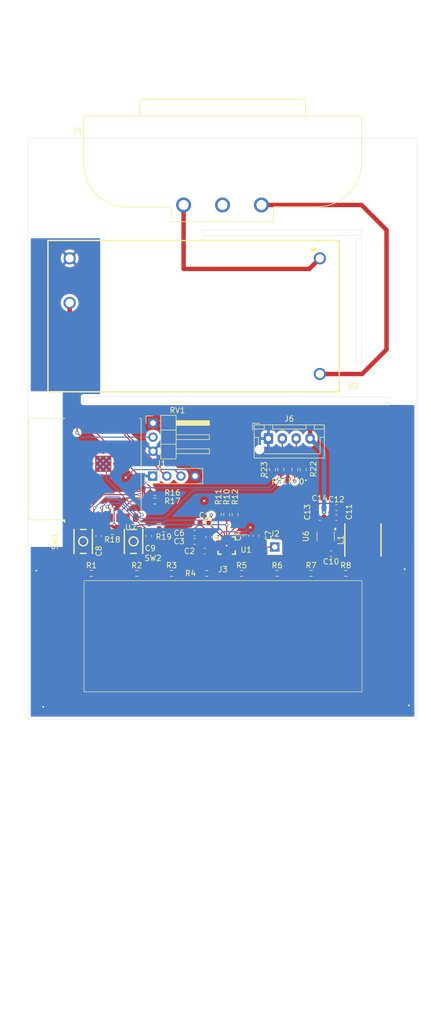
<source format=kicad_pcb>
(kicad_pcb (version 20241229) (generator "pcbnew") (generator_version "9.0")
  (layers (0 "F.Cu" signal) (2 "B.Cu" signal) (13 "F.Paste" user) (15 "B.Paste" user) (5 "F.SilkS" user "F.Silkscreen") (7 "B.SilkS" user "B.Silkscreen") (1 "F.Mask" user) (3 "B.Mask" user) (25 "Edge.Cuts" user))
  (net 0 "")
  (net 1 "MCLR")
  (net 2 "GND")
  (net 3 "VREGA")
  (net 4 "+3.3V")
  (net 5 "VREGD")
  (net 6 "EN")
  (net 7 "BOOT")
  (net 8 "Net-(U6-SW)")
  (net 9 "Net-(U6-BST)")
  (net 10 "+24V")
  (net 11 "TX")
  (net 12 "RX")
  (net 13 "Net-(J2-Pin_1)")
  (net 14 "Net-(J3-Pin_6)")
  (net 15 "Net-(J3-Pin_4)")
  (net 16 "Net-(J3-Pin_1)")
  (net 17 "Net-(J3-Pin_7)")
  (net 18 "Net-(J3-Pin_5)")
  (net 19 "Net-(J3-Pin_3)")
  (net 20 "Net-(J3-Pin_2)")
  (net 21 "Net-(J3-Pin_8)")
  (net 22 "/Main PCB/CLEDPin")
  (net 23 "/Main PCB/WLEDPin")
  (net 24 "Net-(U1-CRx0{slash}CTx0)")
  (net 25 "Net-(U1-CRx1{slash}CTx1)")
  (net 26 "Net-(U1-CRx2{slash}CTx2)")
  (net 27 "Net-(U1-CRx3{slash}CTx3)")
  (net 28 "Net-(U1-CRx4{slash}CTx4)")
  (net 29 "Net-(U1-CRx5{slash}CTx5)")
  (net 30 "Net-(U1-CRx6{slash}CTx6)")
  (net 31 "Net-(U1-CRx7{slash}CTx7)")
  (net 32 "SCL")
  (net 33 "SDA")
  (net 34 "RDY")
  (net 35 "Net-(U7-IO2)")
  (net 36 "Net-(U7-IO8)")
  (net 37 "Net-(U7-IO4)")
  (net 38 "Net-(U7-IO5)")
  (net 39 "PotPin")
  (net 45 "Net-(U7-GND-Pad19)")
  (net 51 "L")
  (net 52 "N")
  (footprint "Resistor_SMD:R_0603_1608Metric" (layer "F.Cu") (at 74 145.075 -90)
    (property "Reference" "R23")
    (property "Value" "10k")
  )
  (footprint "Resistor_SMD:R_0603_1608Metric" (layer "F.Cu") (at 41.425 163.75)
    (property "Reference" "R1")
    (property "Value" "470")
  )
  (footprint "Resistor_SMD:R_0603_1608Metric" (layer "F.Cu") (at 54.425 155.75 180)
    (property "Reference" "R19")
    (property "Value" "1k")
  )
  (footprint "Resistor_SMD:R_0603_1608Metric" (layer "F.Cu") (at 68.425 163.75)
    (property "Reference" "R5")
    (property "Value" "470")
  )
  (footprint "Resistor_SMD:R_0603_1608Metric" (layer "F.Cu") (at 87.175 163.75)
    (property "Reference" "R8")
    (property "Value" "470")
  )
  (footprint "Resistor_SMD:R_0603_1608Metric" (layer "F.Cu") (at 45.175 156.25 180)
    (property "Reference" "R18")
    (property "Value" "1k")
  )
  (footprint "Resistor_SMD:R_0603_1608Metric" (layer "F.Cu") (at 52.825 149.24)
    (property "Reference" "R16")
    (property "Value" "4.7k")
  )
  (footprint "Resistor_SMD:R_0603_1608Metric" (layer "F.Cu") (at 49.575 163.75)
    (property "Reference" "R2")
    (property "Value" "470")
  )
  (footprint "Resistor_SMD:R_0603_1608Metric" (layer "F.Cu") (at 52.825 150.75)
    (property "Reference" "R17")
    (property "Value" "4.7k")
  )
  (footprint "Capacitor_SMD:C_0603_1608Metric" (layer "F.Cu") (at 82.5 153.7)
    (property "Reference" "C13")
    (property "Value" "22uF")
  )
  (footprint "Capacitor_SMD:C_0603_1608Metric" (layer "F.Cu") (at 42.75 157.025 -90)
    (property "Reference" "C8")
    (property "Value" "0.1uF")
  )
  (footprint "Connector_PinHeader_2.54mm:PinHeader_1x01_P2.54mm_Vertical" (layer "F.Cu") (at 74.4 159)
    (property "Reference" "J2")
    (property "Value" "Conn_01x01" (hide yes))
  )
  (footprint "Resistor_SMD:R_0603_1608Metric" (layer "F.Cu") (at 65.75 153.175 90)
    (property "Reference" "R10")
    (property "Value" "4.7k")
  )
  (footprint "Capacitor_SMD:C_0603_1608Metric" (layer "F.Cu") (at 61.775 159.75)
    (property "Reference" "C2")
    (property "Value" "100pF")
  )
  (footprint "Resistor_SMD:R_0603_1608Metric" (layer "F.Cu") (at 62.175 163.75)
    (property "Reference" "R4")
    (property "Value" "470")
  )
  (footprint "Connector_PinHeader_2.54mm:PinHeader_1x04_P2.54mm_Vertical" (layer "F.Cu") (at 52.44 146.25 90)
    (property "Reference" "J1")
    (property "Value" "Conn_01x04_Pin")
  )
  (footprint "Capacitor_SMD:C_0603_1608Metric" (layer "F.Cu") (at 71 156.975 90)
    (property "Reference" "C7")
    (property "Value" "100pF")
  )
  (footprint "easyeda2kicad:KEY-SMD_4P-L4.2-W3.25-P2.15-TL" (layer "F.Cu") (at 39.94 158 90)
    (property "Reference" "SW1")
    (property "Value" "PTS815SJM250SMTRLFS")
  )
  (footprint "Resistor_SMD:R_0603_1608Metric" (layer "F.Cu") (at 79.5 145.075 -90)
    (property "Reference" "R22")
    (property "Value" "10k")
  )
  (footprint "Resistor_SMD:R_0603_1608Metric" (layer "F.Cu") (at 78 145.075 -90)
    (property "Reference" "R20")
    (property "Value" "1k")
  )
  (footprint "Connector_JST:JST_XH_B4B-XH-AM_1x04_P2.50mm_Vertical" (layer "F.Cu") (at 73.25 139.5)
    (property "Reference" "J6")
    (property "Value" "Conn_01x04")
  )
  (footprint "Resistor_SMD:R_0603_1608Metric" (layer "F.Cu") (at 80.925 163.75)
    (property "Reference" "R7")
    (property "Value" "470")
  )
  (footprint "Capacitor_SMD:C_0603_1608Metric" (layer "F.Cu") (at 85.475 153.7 180)
    (property "Reference" "C11")
    (property "Value" "22uF")
  )
  (footprint "Capacitor_SMD:C_0603_1608Metric" (layer "F.Cu") (at 59.975 156.5)
    (property "Reference" "C6")
    (property "Value" "2.2uF")
  )
  (footprint "Capacitor_SMD:C_0603_1608Metric" (layer "F.Cu") (at 82.475 151.95)
    (property "Reference" "C14")
    (property "Value" "22uF")
  )
  (footprint "RF_Module:ESP32-C3-WROOM-02" (layer "F.Cu") (at 43.35 145 90)
    (property "Reference" "U7")
    (property "Value" "ESP32-C3-WROOM-02")
  )
  (footprint "Resistor_SMD:R_0603_1608Metric" (layer "F.Cu") (at 67.25 153.175 90)
    (property "Reference" "R12")
    (property "Value" "4.7k")
  )
  (footprint "Capacitor_SMD:C_0603_1608Metric" (layer "F.Cu") (at 51.75 157.025 -90)
    (property "Reference" "C9")
    (property "Value" "0.1uF")
  )
  (footprint "Capacitor_SMD:C_0603_1608Metric" (layer "F.Cu") (at 85.475 151.95 180)
    (property "Reference" "C12")
    (property "Value" "22uF")
  )
  (footprint "Capacitor_SMD:C_0603_1608Metric" (layer "F.Cu") (at 59.975 158)
    (property "Reference" "C3")
    (property "Value" "2.2uF")
  )
  (footprint "easyeda2kicad:IND-SMD_L5.8-W5.8" (layer "F.Cu") (at 90.25 157.75 90)
    (property "Reference" "L1")
    (property "Value" "3.9uH")
  )
  (footprint "Resistor_SMD:R_0603_1608Metric" (layer "F.Cu") (at 64.25 153.175 90)
    (property "Reference" "R11")
    (property "Value" "4.7k")
  )
  (footprint "easyeda2kicad:KEY-SMD_4P-L4.2-W3.25-P2.15-TL" (layer "F.Cu") (at 49 158 90)
    (property "Reference" "SW2")
    (property "Value" "PTS815SJM250SMTRLFS")
  )
  (footprint "Resistor_SMD:R_0603_1608Metric" (layer "F.Cu") (at 75.49 145.075 -90)
    (property "Reference" "R21")
    (property "Value" "1k")
  )
  (footprint "Capacitor_SMD:C_0603_1608Metric" (layer "F.Cu") (at 62.55 157.225 -90)
    (property "Reference" "C5")
    (property "Value" "100pF")
  )
  (footprint "easyeda2kicad:WQFN-20_L3.0-W3.0-P0.40-BL-EP1.7" (layer "F.Cu") (at 65.75 158.75 -90)
    (property "Reference" "U1")
    (property "Value" "IQS7222A001QNR")
  )
  (footprint "Resistor_SMD:R_0603_1608Metric" (layer "F.Cu") (at 55.825 163.75)
    (property "Reference" "R3")
    (property "Value" "470")
  )
  (footprint "Extra:TouchSlider-8_50x20mm" (layer "F.Cu") (at 65.0625 175)
    (property "Reference" "J3")
    (property "Value" "Conn_01x08")
  )
  (footprint "Resistor_SMD:R_0603_1608Metric" (layer "F.Cu") (at 74.825 163.75)
    (property "Reference" "R6")
    (property "Value" "470")
  )
  (footprint "Package_TO_SOT_SMD:TSOT-23-6" (layer "F.Cu") (at 83.55 157.0875 -90)
    (property "Reference" "U6")
    (property "Value" "AP63203WU")
  )
  (footprint "Extra:QUALTEK_703W-00_53" (layer "F.Cu") (at 65 97.5)
    (property "Reference" "J4")
    (property "Value" "703W-00_53" (hide yes))
  )
  (footprint "Capacitor_SMD:C_0603_1608Metric" (layer "F.Cu") (at 69.25 156.975 90)
    (property "Reference" "C4")
    (property "Value" "4.7uF")
  )
  (footprint "Connector_PinHeader_2.54mm:PinHeader_1x03_P2.54mm_Horizontal" (layer "F.Cu") (at 52.5 136.71)
    (property "Reference" "RV1")
    (property "Value" "R_Potentiometer")
  )
  (footprint "Capacitor_SMD:C_0603_1608Metric" (layer "F.Cu") (at 84.525 160.2 180)
    (property "Reference" "C10")
    (property "Value" "100nF")
  )
  (footprint "Capacitor_SMD:C_0603_1608Metric" (layer "F.Cu") (at 61.725 154.75)
    (property "Reference" "C1")
    (property "Value" "100nF")
  )
  (footprint "easyeda2kicad:PWRM-TH_IRM-20-24" (layer "F.Cu") (at 60 117.5 180)
    (property "Reference" "U2")
    (property "Value" "IRM-20-24")
  )
  (gr_rect (start 40.08 165.05) (end 90.08 185.05) (stroke (width 0.1)) (fill no) (layer "F.SilkS"))
  (gr_line (start 100 190) (end 100 85.5) (stroke (width 0.05)) (layer "Edge.Cuts"))
  (gr_rect (start 61.5 102) (end 90 103) (stroke (width 0.05)) (fill no) (layer "Edge.Cuts"))
  (gr_line (start 30 85.5) (end 30 190) (stroke (width 0.05)) (layer "Edge.Cuts"))
  (gr_line (start 30 190) (end 100 190) (stroke (width 0.05)) (layer "Edge.Cuts"))
  (gr_line (start 100 85.5) (end 30 85.5) (stroke (width 0.05)) (layer "Edge.Cuts"))
  (gr_rect (start 89 103.5) (end 90 126) (stroke (width 0.05)) (fill no) (layer "Edge.Cuts"))
  (gr_rect (start 40 132) (end 95 133) (stroke (width 0.05)) (fill no) (layer "Edge.Cuts"))
  (segment (start 62.5 154.75) (end 64.95 157.2) (width 0.2) (layer "F.Cu") (net 1))
  (segment (start 64.95 157.2) (end 64.95 157.25) (width 0.2) (layer "F.Cu") (net 1))
  (segment (start 81.7 157.325) (end 82.6 158.225) (width 0.2) (layer "F.Cu") (net 2))
  (segment (start 79.5 146.5) (end 80 147) (width 0.2) (layer "F.Cu") (net 2))
  (segment (start 50 158) (end 50.08 157.92) (width 0.2) (layer "F.Cu") (net 2))
  (segment (start 41.02 157.98) (end 41 158) (width 0.2) (layer "F.Cu") (net 2))
  (segment (start 62.55 156.45) (end 60.95 154.85) (width 0.2) (layer "F.Cu") (net 2))
  (segment (start 60.95 154.85) (end 60.95 154.75) (width 0.2) (layer "F.Cu") (net 2))
  (segment (start 41.02 155.92) (end 41.02 157.98) (width 0.2) (layer "F.Cu") (net 2))
  (segment (start 60.95 154.75) (end 59.2 156.5) (width 0.2) (layer "F.Cu") (net 2))
  (segment (start 59.25 158) (end 59.2 158) (width 0.2) (layer "F.Cu") (net 2))
  (segment (start 74 145.9) (end 73.6 145.9) (width 0.2) (layer "F.Cu") (net 2))
  (segment (start 81.7 151.95) (end 81.7 157.325) (width 0.2) (layer "F.Cu") (net 2))
  (segment (start 85.474 151.174) (end 82.476 151.174) (width 0.2) (layer "F.Cu") (net 2))
  (segment (start 66.55 157.95) (end 65.75 158.75) (width 0.2) (layer "F.Cu") (net 2))
  (segment (start 86.25 151.95) (end 85.474 151.174) (width 0.2) (layer "F.Cu") (net 2))
  (segment (start 82.476 151.174) (end 81.7 151.95) (width 0.2) (layer "F.Cu") (net 2))
  (segment (start 66.55 157.25) (end 66.55 157.95) (width 0.2) (layer "F.Cu") (net 2))
  (segment (start 50.08 155.92) (end 50.08 157.92) (width 0.2) (layer "F.Cu") (net 2))
  (segment (start 67.25 157.95) (end 66.55 157.95) (width 0.2) (layer "F.Cu") (net 2))
  (segment (start 61 159.75) (end 59.25 158) (width 0.2) (layer "F.Cu") (net 2))
  (segment (start 79.5 145.9) (end 79.5 146.5) (width 0.2) (layer "F.Cu") (net 2))
  (segment (start 64.25 158.75) (end 65.75 158.75) (width 0.2) (layer "F.Cu") (net 2))
  (segment (start 73.6 145.9) (end 73 146.5) (width 0.2) (layer "F.Cu") (net 2))
  (via (at 31.5 163.25) (size 0.6) (drill 0.3) (layers "F.Cu" "B.Cu") (net 2))
  (via (at 97.75 163) (size 0.6) (drill 0.3) (layers "F.Cu" "B.Cu") (net 2))
  (via (at 65.75 158.75) (size 0.6) (drill 0.3) (layers "F.Cu" "B.Cu") (net 2))
  (via (at 98.5 187.5) (size 0.6) (drill 0.3) (layers "F.Cu" "B.Cu") (net 2))
  (via (at 80 147) (size 0.6) (drill 0.3) (layers "F.Cu" "B.Cu") (net 2))
  (via (at 32.75 187.75) (size 0.6) (drill 0.3) (layers "F.Cu" "B.Cu") (net 2))
  (via (at 73 146.5) (size 0.6) (drill 0.3) (layers "F.Cu" "B.Cu") (net 2))
  (segment (start 60.95 157.95) (end 61 158) (width 0.2) (layer "F.Cu") (net 3))
  (segment (start 62.55 159.75) (end 63.15 159.15) (width 0.2) (layer "F.Cu") (net 3))
  (segment (start 62.55 159.75) (end 62.5 159.75) (width 0.2) (layer "F.Cu") (net 3))
  (segment (start 62.5 159.75) (end 60.75 158) (width 0.2) (layer "F.Cu") (net 3))
  (segment (start 63.15 159.15) (end 64.25 159.15) (width 0.2) (layer "F.Cu") (net 3))
  (segment (start 50.601 149.351057) (end 50.248943 148.999) (width 0.2) (layer "F.Cu") (net 4))
  (segment (start 84.7 153.7) (end 84.7 154.2) (width 0.2) (layer "F.Cu") (net 4))
  (segment (start 61.7 147.89) (end 61.7 150.7) (width 0.2) (layer "F.Cu") (net 4))
  (segment (start 85.75 155.25) (end 85.75 155.3) (width 0.2) (layer "F.Cu") (net 4))
  (segment (start 84.65 155.8) (end 84.5 155.95) (width 0.2) (layer "F.Cu") (net 4))
  (segment (start 86.8 155.8) (end 84.7 153.7) (width 0.2) (layer "F.Cu") (net 4))
  (segment (start 69.25 156.2) (end 70 156.2) (width 0.2) (layer "F.Cu") (net 4))
  (segment (start 70 156.2) (end 70 155.5) (width 0.2) (layer "F.Cu") (net 4))
  (segment (start 64.25 157.95) (end 64.25 157.5) (width 0.2) (layer "F.Cu") (net 4))
  (segment (start 90.25 155.8) (end 86.25 155.8) (width 0.2) (layer "F.Cu") (net 4))
  (segment (start 45.5 151.75) (end 47.049 150.201) (width 0.2) (layer "F.Cu") (net 4))
  (segment (start 84.7 155.75) (end 84.5 155.95) (width 0.2) (layer "F.Cu") (net 4))
  (segment (start 84.7 153.7) (end 84.7 155.75) (width 0.2) (layer "F.Cu") (net 4))
  (segment (start 85.75 155.3) (end 86.25 155.8) (width 0.2) (layer "F.Cu") (net 4))
  (segment (start 47.049 150.201) (end 50.248943 150.201) (width 0.2) (layer "F.Cu") (net 4))
  (segment (start 60.06 146.25) (end 61.7 147.89) (width 0.2) (layer "F.Cu") (net 4))
  (segment (start 50.601 149.848943) (end 50.601 149.351057) (width 0.2) (layer "F.Cu") (net 4))
  (segment (start 84.7 154.2) (end 85.75 155.25) (width 0.2) (layer "F.Cu") (net 4))
  (segment (start 41.001 148.999) (end 40 150) (width 0.2) (layer "F.Cu") (net 4))
  (segment (start 86.25 155.8) (end 84.65 155.8) (width 0.2) (layer "F.Cu") (net 4))
  (segment (start 90.25 155.8) (end 86.8 155.8) (width 0.2) (layer "F.Cu") (net 4))
  (segment (start 70 156.2) (end 71 156.2) (width 0.2) (layer "F.Cu") (net 4))
  (segment (start 64.25 157.5) (end 64 157.25) (width 0.2) (layer "F.Cu") (net 4))
  (segment (start 50.248943 150.201) (end 50.601 149.848943) (width 0.2) (layer "F.Cu") (net 4))
  (segment (start 50.248943 148.999) (end 41.001 148.999) (width 0.2) (layer "F.Cu") (net 4))
  (via (at 47.6 146.5) (size 0.6) (drill 0.3) (layers "F.Cu" "B.Cu") (net 4))
  (via (at 64 157.25) (size 0.6) (drill 0.3) (layers "F.Cu" "B.Cu") (net 4))
  (via (at 45.5 155) (size 0.6) (drill 0.3) (layers "F.Cu" "B.Cu") (net 4))
  (via (at 61.7 150.7) (size 0.6) (drill 0.3) (layers "F.Cu" "B.Cu") (net 4))
  (via (at 70 155.5) (size 0.6) (drill 0.3) (layers "F.Cu" "B.Cu") (net 4))
  (via (at 45.5 151.75) (size 0.6) (drill 0.3) (layers "F.Cu" "B.Cu") (net 4))
  (segment (start 49.001 145.099) (end 47.6 146.5) (width 0.2) (layer "B.Cu") (net 4))
  (segment (start 65 156.25) (end 64 157.25) (width 0.2) (layer "B.Cu") (net 4))
  (segment (start 60.06 146.25) (end 58.909 145.099) (width 0.2) (layer "B.Cu") (net 4))
  (segment (start 45.5 155) (end 45.5 151.75) (width 0.2) (layer "B.Cu") (net 4))
  (segment (start 70 155.5) (end 69.25 156.25) (width 0.2) (layer "B.Cu") (net 4))
  (segment (start 58.909 145.099) (end 49.001 145.099) (width 0.2) (layer "B.Cu") (net 4))
  (segment (start 69.25 156.25) (end 65 156.25) (width 0.2) (layer "B.Cu") (net 4))
  (segment (start 62.25 158) (end 62.55 158) (width 0.2) (layer "F.Cu") (net 5))
  (segment (start 60.75 156.5) (end 62.25 158) (width 0.2) (layer "F.Cu") (net 5))
  (segment (start 64.25 158.35) (end 62.9 158.35) (width 0.2) (layer "F.Cu") (net 5))
  (segment (start 62.9 158.35) (end 62.55 158) (width 0.2) (layer "F.Cu") (net 5))
  (segment (start 44.35 156.25) (end 42.75 156.25) (width 0.2) (layer "F.Cu") (net 6))
  (segment (start 38.85 153.75) (end 38.85 155.91) (width 0.2) (layer "F.Cu") (net 6))
  (segment (start 39.686 155.094) (end 38.86 155.92) (width 0.2) (layer "F.Cu") (net 6))
  (segment (start 42.75 156.25) (end 41.594 155.094) (width 0.2) (layer "F.Cu") (net 6))
  (segment (start 41.594 155.094) (end 39.686 155.094) (width 0.2) (layer "F.Cu") (net 6))
  (segment (start 38.85 155.91) (end 38.86 155.92) (width 0.2) (layer "F.Cu") (net 6))
  (segment (start 53.6 155.75) (end 52.25 155.75) (width 0.2) (layer "F.Cu") (net 7))
  (segment (start 51.75 156.25) (end 50.594 155.094) (width 0.2) (layer "F.Cu") (net 7))
  (segment (start 52.25 155.75) (end 51.75 156.25) (width 0.2) (layer "F.Cu") (net 7))
  (segment (start 47.85 155.85) (end 47.92 155.92) (width 0.2) (layer "F.Cu") (net 7))
  (segment (start 47.85 153.75) (end 47.85 155.85) (width 0.2) (layer "F.Cu") (net 7))
  (segment (start 48.746 155.094) (end 47.92 155.92) (width 0.2) (layer "F.Cu") (net 7))
  (segment (start 50.594 155.094) (end 48.746 155.094) (width 0.2) (layer "F.Cu") (net 7))
  (segment (start 88.974 160.976) (end 90.25 159.7) (width 0.2) (layer "F.Cu") (net 8))
  (segment (start 83.75 160.2) (end 84.526 160.976) (width 0.2) (layer "F.Cu") (net 8))
  (segment (start 83.55 158.225) (end 83.55 160) (width 0.2) (layer "F.Cu") (net 8))
  (segment (start 84.526 160.976) (end 88.974 160.976) (width 0.2) (layer "F.Cu") (net 8))
  (segment (start 83.55 160) (end 83.75 160.2) (width 0.2) (layer "F.Cu") (net 8))
  (segment (start 84.5 159.4) (end 85.3 160.2) (width 0.2) (layer "F.Cu") (net 9))
  (segment (start 84.5 158.225) (end 84.5 159.4) (width 0.2) (layer "F.Cu") (net 9))
  (segment (start 83.275 155.675) (end 83.55 155.95) (width 0.2) (layer "F.Cu") (net 10))
  (segment (start 83.275 155.275) (end 83.025 155.525) (width 0.2) (layer "F.Cu") (net 10))
  (segment (start 83.55 155.95) (end 82.6 155.95) (width 0.2) (layer "F.Cu") (net 10))
  (segment (start 37.5 131.5) (end 39 133) (width 0.8) (layer "F.Cu") (net 10))
  (segment (start 83.25 153.675) (end 83.275 153.7) (width 0.2) (layer "F.Cu") (net 10))
  (segment (start 80 134) (end 80.75 134.75) (width 0.8) (layer "F.Cu") (net 10))
  (segment (start 83.275 153.7) (end 83.275 155.275) (width 0.2) (layer "F.Cu") (net 10))
  (segment (start 80.75 134.75) (end 80.75 139.5) (width 0.8) (layer "F.Cu") (net 10))
  (segment (start 83.25 151.95) (end 83.25 153.675) (width 0.2) (layer "F.Cu") (net 10))
  (segment (start 37.5 115.1) (end 37.5 131.5) (width 0.8) (layer "F.Cu") (net 10))
  (segment (start 39.725794 134) (end 80 134) (width 0.8) (layer "F.Cu") (net 10))
  (segment (start 83.125 155.525) (end 83.025 155.525) (width 0.2) (layer "F.Cu") (net 10))
  (segment (start 83.25 151.95) (end 83.25 152.75) (width 0.2) (layer "F.Cu") (net 10))
  (segment (start 80.775 139.475) (end 80.75 139.5) (width 0.8) (layer "F.Cu") (net 10))
  (segment (start 83.25 152.75) (end 83.25 155.3) (width 0.2) (layer "F.Cu") (net 10))
  (segment (start 39 133.274206) (end 39.725794 134) (width 0.8) (layer "F.Cu") (net 10))
  (segment (start 83.025 155.525) (end 82.6 155.95) (width 0.2) (layer "F.Cu") (net 10))
  (segment (start 39 133) (end 39 133.274206) (width 0.8) (layer "F.Cu") (net 10))
  (segment (start 83.55 155.95) (end 83.125 155.525) (width 0.2) (layer "F.Cu") (net 10))
  (segment (start 83.25 155.3) (end 82.6 155.95) (width 0.2) (layer "F.Cu") (net 10))
  (segment (start 83.275 153.7) (end 83.275 155.675) (width 0.2) (layer "F.Cu") (net 10))
  (via (at 83.25 152.75) (size 0.6) (drill 0.3) (layers "F.Cu" "B.Cu") (net 10))
  (segment (start 83.25 142) (end 83.25 152.75) (width 0.8) (layer "B.Cu") (net 10))
  (segment (start 80.75 139.5) (end 83.25 142) (width 0.8) (layer "B.Cu") (net 10))
  (segment (start 54.25757 145.74243) (end 47.449 138.93386) (width 0.2) (layer "F.Cu") (net 11))
  (segment (start 54.365 145.635) (end 54.25757 145.74243) (width 0.2) (layer "F.Cu") (net 11))
  (segment (start 54.98 146.25) (end 54.365 145.635) (width 0.2) (layer "F.Cu") (net 11))
  (segment (start 47.449 138.93386) (end 47.449 137.699) (width 0.2) (layer "F.Cu") (net 11))
  (segment (start 46.35 136.6) (end 46.35 136.25) (width 0.2) (layer "F.Cu") (net 11))
  (segment (start 47.449 137.699) (end 46.35 136.6) (width 0.2) (layer "F.Cu") (net 11))
  (segment (start 47.85 138.76776) (end 54.18124 145.099) (width 0.2) (layer "F.Cu") (net 12))
  (segment (start 47.85 136.25) (end 47.85 138.76776) (width 0.2) (layer "F.Cu") (net 12))
  (segment (start 56.369 145.099) (end 57.52 146.25) (width 0.2) (layer "F.Cu") (net 12))
  (segment (start 54.18124 145.099) (end 56.369 145.099) (width 0.2) (layer "F.Cu") (net 12))
  (segment (start 68.5 159) (end 74.4 159) (width 0.2) (layer "F.Cu") (net 13))
  (segment (start 67.85 158.35) (end 68.5 159) (width 0.2) (layer "F.Cu") (net 13))
  (segment (start 67.25 158.35) (end 67.85 158.35) (width 0.2) (layer "F.Cu") (net 13))
  (segment (start 75.65 163.75) (end 75.65 167.4) (width 0.2) (layer "F.Cu") (net 14))
  (segment (start 75.65 167.4) (end 75.75 167.5) (width 0.2) (layer "F.Cu") (net 14))
  (segment (start 63 163.75) (end 63 167.25) (width 0.2) (layer "F.Cu") (net 15))
  (segment (start 63 167.25) (end 63.25 167.5) (width 0.2) (layer "F.Cu") (net 15))
  (segment (start 42.25 163.75) (end 42.25 165.25) (width 0.2) (layer "F.Cu") (net 16))
  (segment (start 42.25 165.25) (end 44.5 167.5) (width 0.2) (layer "F.Cu") (net 16))
  (segment (start 81.75 167.25) (end 82 167.5) (width 0.2) (layer "F.Cu") (net 17))
  (segment (start 81.75 163.75) (end 81.75 167.25) (width 0.2) (layer "F.Cu") (net 17))
  (segment (start 69.25 163.75) (end 69.25 167.25) (width 0.2) (layer "F.Cu") (net 18))
  (segment (start 69.25 167.25) (end 69.5 167.5) (width 0.2) (layer "F.Cu") (net 18))
  (segment (start 56.65 167.15) (end 57 167.5) (width 0.2) (layer "F.Cu") (net 19))
  (segment (start 56.65 163.75) (end 56.65 167.15) (width 0.2) (layer "F.Cu") (net 19))
  (segment (start 50.4 163.75) (end 50.4 167.15) (width 0.2) (layer "F.Cu") (net 20))
  (segment (start 50.4 167.15) (end 50.75 167.5) (width 0.2) (layer "F.Cu") (net 20))
  (segment (start 88 163.75) (end 88 169.8125) (width 0.2) (layer "F.Cu") (net 21))
  (segment (start 88 169.8125) (end 87.8125 170) (width 0.2) (layer "F.Cu") (net 21))
  (segment (start 75.75 143.99) (end 75.49 144.25) (width 0.2) (layer "F.Cu") (net 22))
  (segment (start 75.75 139.5) (end 75.75 143.99) (width 0.2) (layer "F.Cu") (net 22))
  (segment (start 75.49 144.25) (end 74 144.25) (width 0.2) (layer "F.Cu") (net 22))
  (segment (start 79.5 144.25) (end 78 144.25) (width 0.2) (layer "F.Cu") (net 23))
  (segment (start 78.25 139.5) (end 78.25 144) (width 0.2) (layer "F.Cu") (net 23))
  (segment (start 78.25 144) (end 78 144.25) (width 0.2) (layer "F.Cu") (net 23))
  (segment (start 64.25 159.55) (end 64.25 160.45) (width 0.2) (layer "F.Cu") (net 24))
  (segment (start 50.4 161.2) (end 50.1 161.5) (width 0.2) (layer "F.Cu") (net 24))
  (segment (start 50.1 161.5) (end 42.85 161.5) (width 0.2) (layer "F.Cu") (net 24))
  (segment (start 63.5 161.2) (end 50.4 161.2) (width 0.2) (layer "F.Cu") (net 24))
  (segment (start 42.85 161.5) (end 40.6 163.75) (width 0.2) (layer "F.Cu") (net 24))
  (segment (start 64.25 160.45) (end 63.5 161.2) (width 0.2) (layer "F.Cu") (net 24))
  (segment (start 64.95 160.65) (end 63.8 161.8) (width 0.2) (layer "F.Cu") (net 25))
  (segment (start 63.8 161.8) (end 50.7 161.8) (width 0.2) (layer "F.Cu") (net 25))
  (segment (start 64.95 160.25) (end 64.95 160.65) (width 0.2) (layer "F.Cu") (net 25))
  (segment (start 50.7 161.8) (end 48.75 163.75) (width 0.2) (layer "F.Cu") (net 25))
  (segment (start 56.55 162.2) (end 64.0329 162.2) (width 0.2) (layer "F.Cu") (net 26))
  (segment (start 65.35 160.8829) (end 65.35 160.25) (width 0.2) (layer "F.Cu") (net 26))
  (segment (start 64.0329 162.2) (end 65.35 160.8829) (width 0.2) (layer "F.Cu") (net 26))
  (segment (start 55 163.75) (end 56.55 162.2) (width 0.2) (layer "F.Cu") (net 26))
  (segment (start 62.4 162.7) (end 61.35 163.75) (width 0.2) (layer "F.Cu") (net 27))
  (segment (start 65.75 160.25) (end 65.75 161.05) (width 0.2) (layer "F.Cu") (net 27))
  (segment (start 65.75 161.05) (end 64.1 162.7) (width 0.2) (layer "F.Cu") (net 27))
  (segment (start 64.1 162.7) (end 62.4 162.7) (width 0.2) (layer "F.Cu") (net 27))
  (segment (start 66.15 162.3) (end 66.15 160.25) (width 0.2) (layer "F.Cu") (net 28))
  (segment (start 67.6 163.75) (end 66.15 162.3) (width 0.2) (layer "F.Cu") (net 28))
  (segment (start 67.7 162.1) (end 72.35 162.1) (width 0.2) (layer "F.Cu") (net 29))
  (segment (start 66.55 160.25) (end 66.55 160.95) (width 0.2) (layer "F.Cu") (net 29))
  (segment (start 66.55 160.95) (end 67.7 162.1) (width 0.2) (layer "F.Cu") (net 29))
  (segment (start 72.35 162.1) (end 74 163.75) (width 0.2) (layer "F.Cu") (net 29))
  (segment (start 73.7 162.8) (end 79.15 162.8) (width 0.2) (layer "F.Cu") (net 30))
  (segment (start 72.599 161.699) (end 73.7 162.8) (width 0.2) (layer "F.Cu") (net 30))
  (segment (start 67.25 159.55) (end 67.25 160.45) (width 0.2) (layer "F.Cu") (net 30))
  (segment (start 67.25 160.45) (end 68.499 161.699) (width 0.2) (layer "F.Cu") (net 30))
  (segment (start 79.15 162.8) (end 80.1 163.75) (width 0.2) (layer "F.Cu") (net 30))
  (segment (start 68.499 161.699) (end 72.599 161.699) (width 0.2) (layer "F.Cu") (net 30))
  (segment (start 72.798 161.298) (end 73.9 162.4) (width 0.2) (layer "F.Cu") (net 31))
  (segment (start 68.798 161.298) (end 72.798 161.298) (width 0.2) (layer "F.Cu") (net 31))
  (segment (start 68.1 159.3) (end 68.1 160.6) (width 0.2) (layer "F.Cu") (net 31))
  (segment (start 68.1 160.6) (end 68.798 161.298) (width 0.2) (layer "F.Cu") (net 31))
  (segment (start 80.8 162.8) (end 85.4 162.8) (width 0.2) (layer "F.Cu") (net 31))
  (segment (start 73.9 162.4) (end 80.4 162.4) (width 0.2) (layer "F.Cu") (net 31))
  (segment (start 80.4 162.4) (end 80.8 162.8) (width 0.2) (layer "F.Cu") (net 31))
  (segment (start 67.25 159.15) (end 67.95 159.15) (width 0.2) (layer "F.Cu") (net 31))
  (segment (start 85.4 162.8) (end 86.35 163.75) (width 0.2) (layer "F.Cu") (net 31))
  (segment (start 67.95 159.15) (end 68.1 159.3) (width 0.2) (layer "F.Cu") (net 31))
  (segment (start 44.85 153.75) (end 44.85 152.35) (width 0.2) (layer "F.Cu") (net 32))
  (segment (start 65.75 157.25) (end 65.75 155) (width 0.2) (layer "F.Cu") (net 32))
  (segment (start 65.75 154) (end 65.75 155) (width 0.2) (layer "F.Cu") (net 32))
  (segment (start 44.85 152.35) (end 44.25 151.75) (width 0.2) (layer "F.Cu") (net 32))
  (via (at 65.75 155) (size 0.6) (drill 0.3) (layers "F.Cu" "B.Cu") (net 32))
  (via (at 44.25 151.75) (size 0.6) (drill 0.3) (layers "F.Cu" "B.Cu") (net 32))
  (segment (start 50.265857 155) (end 65.75 155) (width 0.2) (layer "B.Cu") (net 32))
  (segment (start 44.851 151.149) (end 46.414857 151.149) (width 0.2) (layer "B.Cu") (net 32))
  (segment (start 44.25 151.75) (end 44.851 151.149) (width 0.2) (layer "B.Cu") (net 32))
  (segment (start 46.414857 151.149) (end 50.265857 155) (width 0.2) (layer "B.Cu") (net 32))
  (segment (start 43.35 152.1) (end 43.25 152) (width 0.2) (layer "F.Cu") (net 33))
  (segment (start 64.25 154) (end 64.25 155.45) (width 0.2) (layer "F.Cu") (net 33))
  (segment (start 63 153.880289) (end 63.119711 154) (width 0.2) (layer "F.Cu") (net 33))
  (segment (start 63.119711 154) (end 64.25 154) (width 0.2) (layer "F.Cu") (net 33))
  (segment (start 65.35 156.55) (end 65.35 157.25) (width 0.2) (layer "F.Cu") (net 33))
  (segment (start 43.35 153.75) (end 43.35 152.1) (width 0.2) (layer "F.Cu") (net 33))
  (segment (start 63 153.25) (end 63 153.880289) (width 0.2) (layer "F.Cu") (net 33))
  (segment (start 64.25 155.45) (end 65.35 156.55) (width 0.2) (layer "F.Cu") (net 33))
  (via (at 63 153.25) (size 0.6) (drill 0.3) (layers "F.Cu" "B.Cu") (net 33))
  (via (at 43.25 152) (size 0.6) (drill 0.3) (layers "F.Cu" "B.Cu") (net 33))
  (segment (start 44.650057 150.5) (end 43.25 151.900057) (width 0.2) (layer "B.Cu") (net 33))
  (segment (start 63 153.25) (end 62.067696 154.182304) (width 0.2) (layer "B.Cu") (net 33))
  (segment (start 54.5671 154.5) (end 50.332957 154.5) (width 0.2) (layer "B.Cu") (net 33))
  (segment (start 62.067696 154.182304) (end 54.884796 154.182304) (width 0.2) (layer "B.Cu") (net 33))
  (segment (start 50.332957 154.5) (end 46.332957 150.5) (width 0.2) (layer "B.Cu") (net 33))
  (segment (start 54.884796 154.182304) (end 54.5671 154.5) (width 0.2) (layer "B.Cu") (net 33))
  (segment (start 46.332957 150.5) (end 44.650057 150.5) (width 0.2) (layer "B.Cu") (net 33))
  (segment (start 43.25 151.900057) (end 43.25 152) (width 0.2) (layer "B.Cu") (net 33))
  (segment (start 66.15 157.25) (end 66.15 156.6) (width 0.2) (layer "F.Cu") (net 34))
  (segment (start 67.25 155.5) (end 67.25 154) (width 0.2) (layer "F.Cu") (net 34))
  (segment (start 66.15 156.6) (end 67.25 155.5) (width 0.2) (layer "F.Cu") (net 34))
  (segment (start 40.35 136.25) (end 40.35 136.55) (width 0.2) (layer "F.Cu") (net 35))
  (segment (start 40.35 136.55) (end 52 148.2) (width 0.2) (layer "F.Cu") (net 35))
  (segment (start 52 148.2) (end 52 149.24) (width 0.2) (layer "F.Cu") (net 35))
  (segment (start 52 150.75) (end 48.5 150.75) (width 0.2) (layer "F.Cu") (net 36))
  (segment (start 48.5 150.75) (end 46.35 152.9) (width 0.2) (layer "F.Cu") (net 36))
  (segment (start 46.35 152.9) (end 46.35 153.75) (width 0.2) (layer "F.Cu") (net 36))
  (segment (start 40.35 153.75) (end 40.35 152.8) (width 0.2) (layer "F.Cu") (net 37))
  (segment (start 43.55 149.6) (end 50 149.6) (width 0.2) (layer "F.Cu") (net 37))
  (segment (start 40.35 152.8) (end 43.55 149.6) (width 0.2) (layer "F.Cu") (net 37))
  (segment (start 78 145.9) (end 78 147.2) (width 0.2) (layer "F.Cu") (net 37))
  (via (at 78 147.2) (size 0.6) (drill 0.3) (layers "F.Cu" "B.Cu") (net 37))
  (via (at 50 149.6) (size 0.6) (drill 0.3) (layers "F.Cu" "B.Cu") (net 37))
  (segment (start 50 149.6) (end 51.251 148.349) (width 0.2) (layer "B.Cu") (net 37))
  (segment (start 51.251 148.349) (end 73.3 148.349) (width 0.2) (layer "B.Cu") (net 37))
  (segment (start 75 146.649) (end 77.449 146.649) (width 0.2) (layer "B.Cu") (net 37))
  (segment (start 73.3 148.349) (end 75 146.649) (width 0.2) (layer "B.Cu") (net 37))
  (segment (start 77.449 146.649) (end 78 147.2) (width 0.2) (layer "B.Cu") (net 37))
  (segment (start 41.85 152.15) (end 42 152) (width 0.2) (layer "F.Cu") (net 38))
  (segment (start 75.49 145.9) (end 75.49 147.01) (width 0.2) (layer "F.Cu") (net 38))
  (segment (start 75.49 147.01) (end 75.25 147.25) (width 0.2) (layer "F.Cu") (net 38))
  (segment (start 41.85 153.75) (end 41.85 152.15) (width 0.2) (layer "F.Cu") (net 38))
  (via (at 42 152) (size 0.6) (drill 0.3) (layers "F.Cu" "B.Cu") (net 38))
  (via (at 75.25 147.25) (size 0.6) (drill 0.3) (layers "F.Cu" "B.Cu") (net 38))
  (segment (start 54.649 153.851) (end 59.75 148.75) (width 0.2) (layer "B.Cu") (net 38))
  (segment (start 73.75 148.75) (end 75.25 147.25) (width 0.2) (layer "B.Cu") (net 38))
  (segment (start 46.400057 150) (end 50.251057 153.851) (width 0.2) (layer "B.Cu") (net 38))
  (segment (start 59.75 148.75) (end 73.75 148.75) (width 0.2) (layer "B.Cu") (net 38))
  (segment (start 50.251057 153.851) (end 54.649 153.851) (width 0.2) (layer "B.Cu") (net 38))
  (segment (start 42 152) (end 44 150) (width 0.2) (layer "B.Cu") (net 38))
  (segment (start 44 150) (end 46.400057 150) (width 0.2) (layer "B.Cu") (net 38))
  (segment (start 38.85 138.410533) (end 38.826789 138.433744) (width 0.2) (layer "F.Cu") (net 39))
  (segment (start 38.85 136.25) (end 38.85 138.410533) (width 0.2) (layer "F.Cu") (net 39))
  (via (at 38.826789 138.433744) (size 0.6) (drill 0.3) (layers "F.Cu" "B.Cu") (net 39))
  (segment (start 52.5 139.25) (end 39.643045 139.25) (width 0.2) (layer "B.Cu") (net 39))
  (segment (start 39.643045 139.25) (end 38.826789 138.433744) (width 0.2) (layer "B.Cu") (net 39))
  (segment (start 49.35 153.75) (end 50 153.75) (width 0.2) (layer "F.Cu") (net 45))
  (segment (start 50 153.75) (end 50.5 153.25) (width 0.2) (layer "F.Cu") (net 45))
  (via (at 50.5 153.25) (size 0.6) (drill 0.3) (layers "F.Cu" "B.Cu") (net 45))
  (segment (start 44.1 145.14) (end 44.1 146.85) (width 0.2) (layer "B.Cu") (net 45))
  (segment (start 44.1 146.85) (end 50.5 153.25) (width 0.2) (layer "B.Cu") (net 45))
  (segment (start 72 97.5) (end 90 97.5) (width 0.8) (layer "F.Cu") (net 51))
  (segment (start 94.5 123.5) (end 90.1 127.9) (width 0.8) (layer "F.Cu") (net 51))
  (segment (start 94.5 102) (end 94.5 123.5) (width 0.8) (layer "F.Cu") (net 51))
  (segment (start 90 97.5) (end 94.5 102) (width 0.8) (layer "F.Cu") (net 51))
  (segment (start 90.1 127.9) (end 82.5 127.9) (width 0.8) (layer "F.Cu") (net 51))
  (segment (start 80.6 109) (end 82.5 107.1) (width 0.8) (layer "F.Cu") (net 52))
  (segment (start 58 97.5) (end 58 109) (width 0.8) (layer "F.Cu") (net 52))
  (segment (start 58 109) (end 80.6 109) (width 0.8) (layer "F.Cu") (net 52))
  (zone (net 4) (net_name "+3.3V") (layer "F.Cu") (priority 1) (connect_pads yes (clearance 0.5)) (min_thickness 0.25) (fill yes (thermal_gap 0.5) (thermal_bridge_width 0.5))
    (polygon (pts (xy 29.25 134) (xy 101.75 133.5) (xy 102 155.75) (xy 102 156.75) (xy 25.940909 156.75)))
  )
  (zone (net 2) (net_name "GND") (layers "F.Cu" "B.Cu") (connect_pads (clearance 0.5)) (min_thickness 0.25) (fill yes (thermal_gap 0.5) (thermal_bridge_width 0.5))
    (polygon (pts (xy 43 133) (xy 43 101.5) (xy 29 101.5) (xy 28.75 191.25) (xy 102.5 191.5) (xy 101.75 133.5)))
  )
)
</source>
